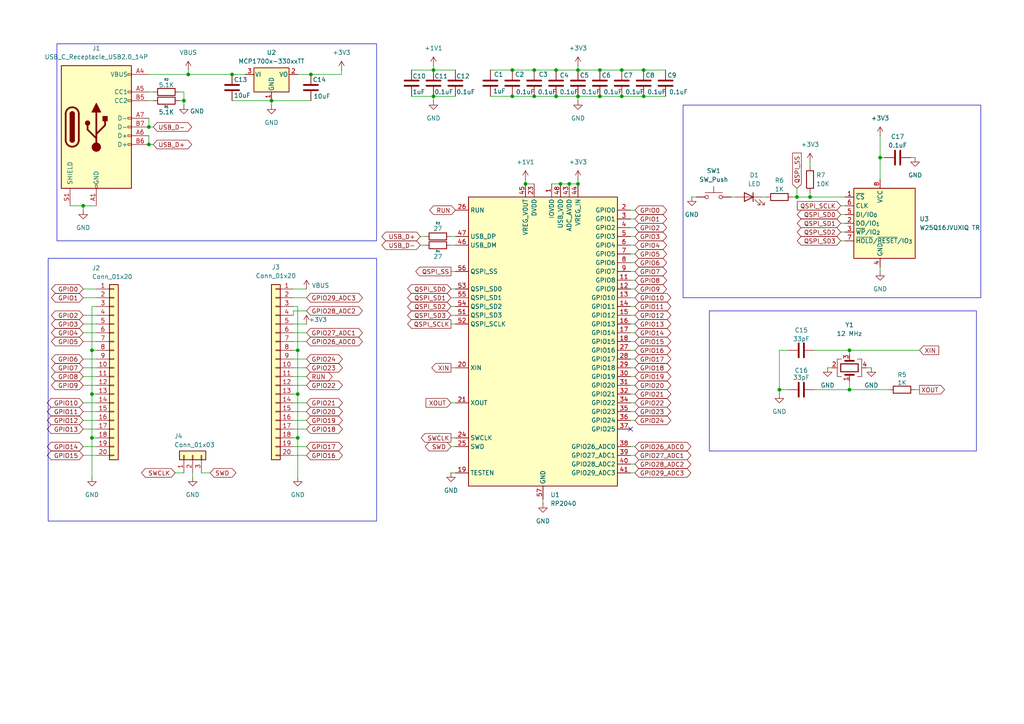
<source format=kicad_sch>
(kicad_sch (version 20250114) (generator "eeschema") (generator_version "9.0")
  (paper "A4")
  (lib_symbols
    (symbol "Connector:USB_C_Receptacle_USB2.0_14P" (pin_names (offset 1.016))
      (property "Reference" "J" (at 0 22.225 0))
      (property "Value" "USB_C_Receptacle_USB2.0_14P" (at 0 19.685 0))
      (symbol "USB_C_Receptacle_USB2.0_14P_1_1"
        (pin passive line (at -7.62 -22.86 90) (length 5.08) (name "SHIELD") (number "S1"))
        (pin passive line (at 0 -22.86 90) (length 5.08) (name "GND") (number "A1"))
        (pin passive line (at 0 -22.86 90) (length 5.08) (hide yes) (name "GND") (number "A12"))
        (pin passive line (at 0 -22.86 90) (length 5.08) (hide yes) (name "GND") (number "B1"))
        (pin passive line (at 0 -22.86 90) (length 5.08) (hide yes) (name "GND") (number "B12"))
        (pin passive line (at 15.24 15.24 180) (length 5.08) (name "VBUS") (number "A4"))
        (pin passive line (at 15.24 15.24 180) (length 5.08) (hide yes) (name "VBUS") (number "A9"))
        (pin passive line (at 15.24 15.24 180) (length 5.08) (hide yes) (name "VBUS") (number "B4"))
        (pin passive line (at 15.24 15.24 180) (length 5.08) (hide yes) (name "VBUS") (number "B9"))
        (pin bidirectional line (at 15.24 10.16 180) (length 5.08) (name "CC1") (number "A5"))
        (pin bidirectional line (at 15.24 7.62 180) (length 5.08) (name "CC2") (number "B5"))
        (pin bidirectional line (at 15.24 2.54 180) (length 5.08) (name "D-") (number "A7"))
        (pin bidirectional line (at 15.24 0 180) (length 5.08) (name "D-") (number "B7"))
        (pin bidirectional line (at 15.24 -2.54 180) (length 5.08) (name "D+") (number "A6"))
        (pin bidirectional line (at 15.24 -5.08 180) (length 5.08) (name "D+") (number "B6"))
      )
    )
    (symbol "Connector_Generic:Conn_01x03" (pin_names (offset 1.016) (hide yes))
      (property "Reference" "J" (at 0 5.08 0))
      (property "Value" "Conn_01x03" (at 0 -5.08 0))
      (symbol "Conn_01x03_1_1"
        (pin passive line (at -5.08 2.54 0) (length 3.81) (name "Pin_1") (number "1"))
        (pin passive line (at -5.08 0 0) (length 3.81) (name "Pin_2") (number "2"))
        (pin passive line (at -5.08 -2.54 0) (length 3.81) (name "Pin_3") (number "3"))
      )
    )
    (symbol "Connector_Generic:Conn_01x20" (pin_names (offset 1.016) (hide yes))
      (property "Reference" "J" (at 0 25.4 0))
      (property "Value" "Conn_01x20" (at 0 -27.94 0))
      (symbol "Conn_01x20_1_1"
        (pin passive line (at -5.08 22.86 0) (length 3.81) (name "Pin_1") (number "1"))
        (pin passive line (at -5.08 20.32 0) (length 3.81) (name "Pin_2") (number "2"))
        (pin passive line (at -5.08 17.78 0) (length 3.81) (name "Pin_3") (number "3"))
        (pin passive line (at -5.08 15.24 0) (length 3.81) (name "Pin_4") (number "4"))
        (pin passive line (at -5.08 12.7 0) (length 3.81) (name "Pin_5") (number "5"))
        (pin passive line (at -5.08 10.16 0) (length 3.81) (name "Pin_6") (number "6"))
        (pin passive line (at -5.08 7.62 0) (length 3.81) (name "Pin_7") (number "7"))
        (pin passive line (at -5.08 5.08 0) (length 3.81) (name "Pin_8") (number "8"))
        (pin passive line (at -5.08 2.54 0) (length 3.81) (name "Pin_9") (number "9"))
        (pin passive line (at -5.08 0 0) (length 3.81) (name "Pin_10") (number "10"))
        (pin passive line (at -5.08 -2.54 0) (length 3.81) (name "Pin_11") (number "11"))
        (pin passive line (at -5.08 -5.08 0) (length 3.81) (name "Pin_12") (number "12"))
        (pin passive line (at -5.08 -7.62 0) (length 3.81) (name "Pin_13") (number "13"))
        (pin passive line (at -5.08 -10.16 0) (length 3.81) (name "Pin_14") (number "14"))
        (pin passive line (at -5.08 -12.7 0) (length 3.81) (name "Pin_15") (number "15"))
        (pin passive line (at -5.08 -15.24 0) (length 3.81) (name "Pin_16") (number "16"))
        (pin passive line (at -5.08 -17.78 0) (length 3.81) (name "Pin_17") (number "17"))
        (pin passive line (at -5.08 -20.32 0) (length 3.81) (name "Pin_18") (number "18"))
        (pin passive line (at -5.08 -22.86 0) (length 3.81) (name "Pin_19") (number "19"))
        (pin passive line (at -5.08 -25.4 0) (length 3.81) (name "Pin_20") (number "20"))
      )
    )
    (symbol "Device:C" (pin_numbers (hide yes)) (pin_names (offset 0.254))
      (property "Reference" "C" (at 0.635 2.54 0))
      (property "Value" "C" (at 0.635 -2.54 0))
      (symbol "C_1_1"
        (pin passive line (at 0 3.81 270) (length 2.794) (name "~") (number "1"))
        (pin passive line (at 0 -3.81 90) (length 2.794) (name "~") (number "2"))
      )
    )
    (symbol "Device:Crystal_GND24" (pin_names (offset 1.016) (hide yes))
      (property "Reference" "Y" (at 3.175 5.08 0))
      (property "Value" "Crystal_GND24" (at 3.175 3.175 0))
      (symbol "Crystal_GND24_1_1"
        (pin passive line (at -3.81 0 0) (length 1.27) (name "1") (number "1"))
        (pin passive line (at 0 5.08 270) (length 1.27) (name "2") (number "2"))
        (pin passive line (at 0 -5.08 90) (length 1.27) (name "4") (number "4"))
        (pin passive line (at 3.81 0 180) (length 1.27) (name "3") (number "3"))
      )
    )
    (symbol "Device:LED" (pin_numbers (hide yes)) (pin_names (offset 1.016) (hide yes))
      (property "Reference" "D" (at 0 2.54 0))
      (property "Value" "LED" (at 0 -2.54 0))
      (symbol "LED_1_1"
        (pin passive line (at -3.81 0 0) (length 2.54) (name "K") (number "1"))
        (pin passive line (at 3.81 0 180) (length 2.54) (name "A") (number "2"))
      )
    )
    (symbol "Device:R" (pin_numbers (hide yes)) (pin_names (offset 0))
      (property "Reference" "R" (at 2.032 0 90))
      (property "Value" "R" (at 0 0 90))
      (symbol "R_1_1"
        (pin passive line (at 0 3.81 270) (length 1.27) (name "~") (number "1"))
        (pin passive line (at 0 -3.81 90) (length 1.27) (name "~") (number "2"))
      )
    )
    (symbol "MCU_RaspberryPi:RP2040"
      (property "Reference" "U" (at 17.78 45.72 0))
      (property "Value" "RP2040" (at 17.78 43.18 0))
      (symbol "RP2040_1_1"
        (pin input line (at -25.4 38.1 0) (length 3.81) (name "RUN") (number "26"))
        (pin bidirectional line (at -25.4 30.48 0) (length 3.81) (name "USB_DP") (number "47"))
        (pin bidirectional line (at -25.4 27.94 0) (length 3.81) (name "USB_DM") (number "46"))
        (pin bidirectional line (at -25.4 20.32 0) (length 3.81) (name "QSPI_SS") (number "56"))
        (pin bidirectional line (at -25.4 15.24 0) (length 3.81) (name "QSPI_SD0") (number "53"))
        (pin bidirectional line (at -25.4 12.7 0) (length 3.81) (name "QSPI_SD1") (number "55"))
        (pin bidirectional line (at -25.4 10.16 0) (length 3.81) (name "QSPI_SD2") (number "54"))
        (pin bidirectional line (at -25.4 7.62 0) (length 3.81) (name "QSPI_SD3") (number "51"))
        (pin output line (at -25.4 5.08 0) (length 3.81) (name "QSPI_SCLK") (number "52"))
        (pin input line (at -25.4 -7.62 0) (length 3.81) (name "XIN") (number "20"))
        (pin passive line (at -25.4 -17.78 0) (length 3.81) (name "XOUT") (number "21"))
        (pin input line (at -25.4 -27.94 0) (length 3.81) (name "SWCLK") (number "24"))
        (pin bidirectional line (at -25.4 -30.48 0) (length 3.81) (name "SWD") (number "25"))
        (pin input line (at -25.4 -38.1 0) (length 3.81) (name "TESTEN") (number "19"))
        (pin power_out line (at -5.08 45.72 270) (length 3.81) (name "VREG_VOUT") (number "45"))
        (pin power_in line (at -2.54 45.72 270) (length 3.81) (name "DVDD") (number "23"))
        (pin passive line (at -2.54 45.72 270) (length 3.81) (hide yes) (name "DVDD") (number "50"))
        (pin power_in line (at 0 -45.72 90) (length 3.81) (name "GND") (number "57"))
        (pin power_in line (at 2.54 45.72 270) (length 3.81) (name "IOVDD") (number "1"))
        (pin passive line (at 2.54 45.72 270) (length 3.81) (hide yes) (name "IOVDD") (number "10"))
        (pin passive line (at 2.54 45.72 270) (length 3.81) (hide yes) (name "IOVDD") (number "22"))
        (pin passive line (at 2.54 45.72 270) (length 3.81) (hide yes) (name "IOVDD") (number "33"))
        (pin passive line (at 2.54 45.72 270) (length 3.81) (hide yes) (name "IOVDD") (number "42"))
        (pin passive line (at 2.54 45.72 270) (length 3.81) (hide yes) (name "IOVDD") (number "49"))
        (pin power_in line (at 5.08 45.72 270) (length 3.81) (name "USB_VDD") (number "48"))
        (pin power_in line (at 7.62 45.72 270) (length 3.81) (name "ADC_AVDD") (number "43"))
        (pin power_in line (at 10.16 45.72 270) (length 3.81) (name "VREG_IN") (number "44"))
        (pin bidirectional line (at 25.4 38.1 180) (length 3.81) (name "GPIO0") (number "2"))
        (pin bidirectional line (at 25.4 35.56 180) (length 3.81) (name "GPIO1") (number "3"))
        (pin bidirectional line (at 25.4 33.02 180) (length 3.81) (name "GPIO2") (number "4"))
        (pin bidirectional line (at 25.4 30.48 180) (length 3.81) (name "GPIO3") (number "5"))
        (pin bidirectional line (at 25.4 27.94 180) (length 3.81) (name "GPIO4") (number "6"))
        (pin bidirectional line (at 25.4 25.4 180) (length 3.81) (name "GPIO5") (number "7"))
        (pin bidirectional line (at 25.4 22.86 180) (length 3.81) (name "GPIO6") (number "8"))
        (pin bidirectional line (at 25.4 20.32 180) (length 3.81) (name "GPIO7") (number "9"))
        (pin bidirectional line (at 25.4 17.78 180) (length 3.81) (name "GPIO8") (number "11"))
        (pin bidirectional line (at 25.4 15.24 180) (length 3.81) (name "GPIO9") (number "12"))
        (pin bidirectional line (at 25.4 12.7 180) (length 3.81) (name "GPIO10") (number "13"))
        (pin bidirectional line (at 25.4 10.16 180) (length 3.81) (name "GPIO11") (number "14"))
        (pin bidirectional line (at 25.4 7.62 180) (length 3.81) (name "GPIO12") (number "15"))
        (pin bidirectional line (at 25.4 5.08 180) (length 3.81) (name "GPIO13") (number "16"))
        (pin bidirectional line (at 25.4 2.54 180) (length 3.81) (name "GPIO14") (number "17"))
        (pin bidirectional line (at 25.4 0 180) (length 3.81) (name "GPIO15") (number "18"))
        (pin bidirectional line (at 25.4 -2.54 180) (length 3.81) (name "GPIO16") (number "27"))
        (pin bidirectional line (at 25.4 -5.08 180) (length 3.81) (name "GPIO17") (number "28"))
        (pin bidirectional line (at 25.4 -7.62 180) (length 3.81) (name "GPIO18") (number "29"))
        (pin bidirectional line (at 25.4 -10.16 180) (length 3.81) (name "GPIO19") (number "30"))
        (pin bidirectional line (at 25.4 -12.7 180) (length 3.81) (name "GPIO20") (number "31"))
        (pin bidirectional line (at 25.4 -15.24 180) (length 3.81) (name "GPIO21") (number "32"))
        (pin bidirectional line (at 25.4 -17.78 180) (length 3.81) (name "GPIO22") (number "34"))
        (pin bidirectional line (at 25.4 -20.32 180) (length 3.81) (name "GPIO23") (number "35"))
        (pin bidirectional line (at 25.4 -22.86 180) (length 3.81) (name "GPIO24") (number "36"))
        (pin bidirectional line (at 25.4 -25.4 180) (length 3.81) (name "GPIO25") (number "37"))
        (pin bidirectional line (at 25.4 -30.48 180) (length 3.81) (name "GPIO26_ADC0") (number "38"))
        (pin bidirectional line (at 25.4 -33.02 180) (length 3.81) (name "GPIO27_ADC1") (number "39"))
        (pin bidirectional line (at 25.4 -35.56 180) (length 3.81) (name "GPIO28_ADC2") (number "40"))
        (pin bidirectional line (at 25.4 -38.1 180) (length 3.81) (name "GPIO29_ADC3") (number "41"))
      )
    )
    (symbol "Memory_Flash:W25Q128JVS"
      (property "Reference" "U" (at -6.35 11.43 0))
      (property "Value" "W25Q128JVS" (at 7.62 11.43 0))
      (symbol "W25Q128JVS_1_1"
        (pin input line (at -10.16 7.62 0) (length 2.54) (name "~{CS}") (number "1"))
        (pin input line (at -10.16 5.08 0) (length 2.54) (name "CLK") (number "6"))
        (pin bidirectional line (at -10.16 2.54 0) (length 2.54) (name "DI/IO_{0}") (number "5"))
        (pin bidirectional line (at -10.16 0 0) (length 2.54) (name "DO/IO_{1}") (number "2"))
        (pin bidirectional line (at -10.16 -2.54 0) (length 2.54) (name "~{WP}/IO_{2}") (number "3"))
        (pin bidirectional line (at -10.16 -5.08 0) (length 2.54) (name "~{HOLD}/~{RESET}/IO_{3}") (number "7"))
        (pin power_in line (at 0 12.7 270) (length 2.54) (name "VCC") (number "8"))
        (pin power_in line (at 0 -12.7 90) (length 2.54) (name "GND") (number "4"))
      )
    )
    (symbol "Regulator_Linear:MCP1700x-330xxTT" (pin_names (offset 0.254))
      (property "Reference" "U" (at -3.81 3.175 0))
      (property "Value" "MCP1700x-330xxTT" (at 0 3.175 0))
      (symbol "MCP1700x-330xxTT_1_1"
        (pin power_in line (at -7.62 0 0) (length 2.54) (name "VI") (number "3"))
        (pin power_in line (at 0 -7.62 90) (length 2.54) (name "GND") (number "1"))
        (pin power_out line (at 7.62 0 180) (length 2.54) (name "VO") (number "2"))
      )
    )
    (symbol "Switch:SW_Push" (pin_numbers (hide yes)) (pin_names (offset 1.016) (hide yes))
      (property "Reference" "SW" (at 1.27 2.54 0))
      (property "Value" "SW_Push" (at 0 -1.524 0))
      (symbol "SW_Push_0_1"
        (pin passive line (at -5.08 0 0) (length 2.54) (name "1") (number "1"))
        (pin passive line (at 5.08 0 180) (length 2.54) (name "2") (number "2"))
      )
    )
    (symbol "power:+1V1" (power) (pin_numbers (hide yes)) (pin_names (offset 0) (hide yes))
      (property "Value" "+1V1" (at 0 3.556 0))
      (symbol "+1V1_1_1"
        (pin power_in line (at 0 0 90) (length 0) (name "~") (number "1"))
      )
    )
    (symbol "power:+3V3" (power) (pin_numbers (hide yes)) (pin_names (offset 0) (hide yes))
      (property "Value" "+3V3" (at 0 3.556 0))
      (symbol "+3V3_1_1"
        (pin power_in line (at 0 0 90) (length 0) (name "~") (number "1"))
      )
    )
    (symbol "power:GND" (power) (pin_numbers (hide yes)) (pin_names (offset 0) (hide yes))
      (property "Value" "GND" (at 0 -3.81 0))
      (symbol "GND_1_1"
        (pin power_in line (at 0 0 270) (length 0) (name "~") (number "1"))
      )
    )
    (symbol "power:VBUS" (power) (pin_numbers (hide yes)) (pin_names (offset 0) (hide yes))
      (property "Value" "VBUS" (at 0 3.556 0))
      (symbol "VBUS_1_1"
        (pin power_in line (at 0 0 90) (length 0) (name "~") (number "1"))
      )
    )
  )
  (rectangle (start 205.74 90.17) (end 283.21 130.81))
  (rectangle (start 198.12 30.48) (end 284.48 86.36))
  (rectangle (start 16.51 12.7) (end 109.22 69.85))
  (rectangle (start 13.97 74.93) (end 109.22 151.13))
  (junction (at 186.69 20.32))
  (junction (at 161.29 20.32))
  (junction (at 78.74 29.21))
  (junction (at 152.4 53.34))
  (junction (at 67.31 21.59))
  (junction (at 86.36 127))
  (junction (at 255.27 45.72))
  (junction (at 231.14 57.15))
  (junction (at 90.17 21.59))
  (junction (at 125.73 27.94))
  (junction (at 154.94 27.94))
  (junction (at 226.06 113.03))
  (junction (at 26.67 127))
  (junction (at 167.64 53.34))
  (junction (at 43.18 41.91))
  (junction (at 180.34 20.32))
  (junction (at 186.69 27.94))
  (junction (at 165.1 53.34))
  (junction (at 173.99 20.32))
  (junction (at 24.13 59.69))
  (junction (at 162.56 53.34))
  (junction (at 26.67 114.3))
  (junction (at 148.59 20.32))
  (junction (at 54.61 21.59))
  (junction (at 26.67 101.6))
  (junction (at 173.99 27.94))
  (junction (at 246.38 101.6))
  (junction (at 234.95 57.15))
  (junction (at 161.29 27.94))
  (junction (at 167.64 27.94))
  (junction (at 86.36 101.6))
  (junction (at 180.34 27.94))
  (junction (at 43.18 36.83))
  (junction (at 246.38 113.03))
  (junction (at 125.73 20.32))
  (junction (at 86.36 114.3))
  (junction (at 167.64 20.32))
  (junction (at 53.34 29.21))
  (junction (at 148.59 27.94))
  (junction (at 154.94 20.32))
  (no_connect (at 182.88 124.46))
  (wire (pts (xy 167.64 19.05) (xy 167.64 20.32)))
  (wire (pts (xy 226.06 101.6) (xy 226.06 113.03)))
  (wire (pts (xy 67.31 29.21) (xy 78.74 29.21)))
  (wire (pts (xy 180.34 27.94) (xy 186.69 27.94)))
  (wire (pts (xy 180.34 20.32) (xy 186.69 20.32)))
  (wire (pts (xy 24.13 129.54) (xy 27.94 129.54)))
  (wire (pts (xy 130.81 129.54) (xy 132.08 129.54)))
  (wire (pts (xy 157.48 146.05) (xy 157.48 144.78)))
  (wire (pts (xy 85.09 99.06) (xy 88.9 99.06)))
  (wire (pts (xy 182.88 71.12) (xy 184.15 71.12)))
  (wire (pts (xy 165.1 53.34) (xy 167.64 53.34)))
  (wire (pts (xy 78.74 29.21) (xy 78.74 30.48)))
  (wire (pts (xy 85.09 104.14) (xy 88.9 104.14)))
  (wire (pts (xy 246.38 102.87) (xy 246.38 101.6)))
  (wire (pts (xy 85.09 88.9) (xy 86.36 88.9)))
  (wire (pts (xy 130.81 106.68) (xy 132.08 106.68)))
  (wire (pts (xy 182.88 63.5) (xy 184.15 63.5)))
  (wire (pts (xy 231.14 54.61) (xy 231.14 57.15)))
  (wire (pts (xy 234.95 46.99) (xy 234.95 48.26)))
  (wire (pts (xy 182.88 137.16) (xy 184.15 137.16)))
  (wire (pts (xy 26.67 114.3) (xy 27.94 114.3)))
  (wire (pts (xy 246.38 101.6) (xy 266.7 101.6)))
  (wire (pts (xy 130.81 88.9) (xy 132.08 88.9)))
  (wire (pts (xy 26.67 127) (xy 26.67 138.43)))
  (wire (pts (xy 85.09 124.46) (xy 88.9 124.46)))
  (wire (pts (xy 246.38 113.03) (xy 257.81 113.03)))
  (wire (pts (xy 119.38 27.94) (xy 125.73 27.94)))
  (wire (pts (xy 212.09 57.15) (xy 213.36 57.15)))
  (wire (pts (xy 130.81 91.44) (xy 132.08 91.44)))
  (wire (pts (xy 50.8 137.16) (xy 53.34 137.16)))
  (wire (pts (xy 182.88 78.74) (xy 184.15 78.74)))
  (wire (pts (xy 234.95 55.88) (xy 234.95 57.15)))
  (wire (pts (xy 26.67 101.6) (xy 26.67 114.3)))
  (wire (pts (xy 182.88 132.08) (xy 184.15 132.08)))
  (wire (pts (xy 86.36 88.9) (xy 86.36 101.6)))
  (wire (pts (xy 24.13 60.96) (xy 24.13 59.69)))
  (wire (pts (xy 130.81 71.12) (xy 132.08 71.12)))
  (wire (pts (xy 255.27 45.72) (xy 256.54 45.72)))
  (wire (pts (xy 130.81 68.58) (xy 132.08 68.58)))
  (wire (pts (xy 130.81 78.74) (xy 132.08 78.74)))
  (wire (pts (xy 121.92 68.58) (xy 123.19 68.58)))
  (wire (pts (xy 85.09 127) (xy 86.36 127)))
  (wire (pts (xy 26.67 127) (xy 27.94 127)))
  (wire (pts (xy 99.06 20.32) (xy 99.06 21.59)))
  (wire (pts (xy 182.88 121.92) (xy 184.15 121.92)))
  (wire (pts (xy 121.92 71.12) (xy 123.19 71.12)))
  (wire (pts (xy 24.13 109.22) (xy 27.94 109.22)))
  (wire (pts (xy 182.88 101.6) (xy 184.15 101.6)))
  (wire (pts (xy 85.09 96.52) (xy 88.9 96.52)))
  (wire (pts (xy 90.17 21.59) (xy 99.06 21.59)))
  (wire (pts (xy 55.88 137.16) (xy 55.88 138.43)))
  (wire (pts (xy 236.22 101.6) (xy 246.38 101.6)))
  (wire (pts (xy 27.94 88.9) (xy 26.67 88.9)))
  (wire (pts (xy 85.09 114.3) (xy 86.36 114.3)))
  (wire (pts (xy 24.13 116.84) (xy 27.94 116.84)))
  (wire (pts (xy 240.03 106.68) (xy 241.3 106.68)))
  (wire (pts (xy 243.84 62.23) (xy 245.11 62.23)))
  (wire (pts (xy 24.13 104.14) (xy 27.94 104.14)))
  (wire (pts (xy 243.84 64.77) (xy 245.11 64.77)))
  (wire (pts (xy 44.45 29.21) (xy 43.18 29.21)))
  (wire (pts (xy 186.69 20.32) (xy 193.04 20.32)))
  (wire (pts (xy 43.18 34.29) (xy 43.18 36.83)))
  (wire (pts (xy 125.73 27.94) (xy 132.08 27.94)))
  (wire (pts (xy 130.81 83.82) (xy 132.08 83.82)))
  (wire (pts (xy 85.09 91.44) (xy 85.09 90.17)))
  (wire (pts (xy 24.13 59.69) (xy 27.94 59.69)))
  (wire (pts (xy 186.69 27.94) (xy 193.04 27.94)))
  (wire (pts (xy 85.09 111.76) (xy 88.9 111.76)))
  (wire (pts (xy 24.13 83.82) (xy 27.94 83.82)))
  (wire (pts (xy 24.13 124.46) (xy 27.94 124.46)))
  (wire (pts (xy 85.09 109.22) (xy 88.9 109.22)))
  (wire (pts (xy 167.64 29.21) (xy 167.64 27.94)))
  (wire (pts (xy 85.09 106.68) (xy 88.9 106.68)))
  (wire (pts (xy 167.64 27.94) (xy 173.99 27.94)))
  (wire (pts (xy 148.59 27.94) (xy 154.94 27.94)))
  (wire (pts (xy 125.73 20.32) (xy 132.08 20.32)))
  (wire (pts (xy 182.88 76.2) (xy 184.15 76.2)))
  (wire (pts (xy 142.24 20.32) (xy 148.59 20.32)))
  (wire (pts (xy 228.6 101.6) (xy 226.06 101.6)))
  (wire (pts (xy 173.99 20.32) (xy 180.34 20.32)))
  (wire (pts (xy 182.88 93.98) (xy 184.15 93.98)))
  (wire (pts (xy 182.88 119.38) (xy 184.15 119.38)))
  (wire (pts (xy 52.07 29.21) (xy 53.34 29.21)))
  (wire (pts (xy 162.56 53.34) (xy 165.1 53.34)))
  (wire (pts (xy 231.14 57.15) (xy 234.95 57.15)))
  (wire (pts (xy 24.13 93.98) (xy 27.94 93.98)))
  (wire (pts (xy 264.16 45.72) (xy 265.43 45.72)))
  (wire (pts (xy 119.38 20.32) (xy 125.73 20.32)))
  (wire (pts (xy 182.88 104.14) (xy 184.15 104.14)))
  (wire (pts (xy 86.36 21.59) (xy 90.17 21.59)))
  (wire (pts (xy 85.09 83.82) (xy 88.9 83.82)))
  (wire (pts (xy 85.09 121.92) (xy 88.9 121.92)))
  (wire (pts (xy 85.09 101.6) (xy 86.36 101.6)))
  (wire (pts (xy 255.27 78.74) (xy 255.27 77.47)))
  (wire (pts (xy 182.88 91.44) (xy 184.15 91.44)))
  (wire (pts (xy 182.88 96.52) (xy 184.15 96.52)))
  (wire (pts (xy 226.06 113.03) (xy 228.6 113.03)))
  (wire (pts (xy 154.94 20.32) (xy 161.29 20.32)))
  (wire (pts (xy 182.88 83.82) (xy 184.15 83.82)))
  (wire (pts (xy 85.09 93.98) (xy 88.9 93.98)))
  (wire (pts (xy 86.36 101.6) (xy 86.36 114.3)))
  (wire (pts (xy 85.09 129.54) (xy 88.9 129.54)))
  (wire (pts (xy 182.88 129.54) (xy 184.15 129.54)))
  (wire (pts (xy 265.43 113.03) (xy 266.7 113.03)))
  (wire (pts (xy 236.22 113.03) (xy 246.38 113.03)))
  (wire (pts (xy 85.09 132.08) (xy 88.9 132.08)))
  (wire (pts (xy 54.61 21.59) (xy 67.31 21.59)))
  (wire (pts (xy 78.74 29.21) (xy 90.17 29.21)))
  (wire (pts (xy 43.18 21.59) (xy 54.61 21.59)))
  (wire (pts (xy 86.36 114.3) (xy 86.36 127)))
  (wire (pts (xy 52.07 26.67) (xy 53.34 26.67)))
  (wire (pts (xy 251.46 106.68) (xy 252.73 106.68)))
  (wire (pts (xy 182.88 99.06) (xy 184.15 99.06)))
  (wire (pts (xy 53.34 29.21) (xy 53.34 30.48)))
  (wire (pts (xy 255.27 45.72) (xy 255.27 52.07)))
  (wire (pts (xy 182.88 114.3) (xy 184.15 114.3)))
  (wire (pts (xy 161.29 20.32) (xy 167.64 20.32)))
  (wire (pts (xy 24.13 132.08) (xy 27.94 132.08)))
  (wire (pts (xy 125.73 29.21) (xy 125.73 27.94)))
  (wire (pts (xy 182.88 86.36) (xy 184.15 86.36)))
  (wire (pts (xy 26.67 101.6) (xy 27.94 101.6)))
  (wire (pts (xy 160.02 53.34) (xy 162.56 53.34)))
  (wire (pts (xy 173.99 27.94) (xy 180.34 27.94)))
  (wire (pts (xy 43.18 39.37) (xy 43.18 41.91)))
  (wire (pts (xy 85.09 119.38) (xy 88.9 119.38)))
  (wire (pts (xy 182.88 116.84) (xy 184.15 116.84)))
  (wire (pts (xy 161.29 27.94) (xy 167.64 27.94)))
  (wire (pts (xy 243.84 59.69) (xy 245.11 59.69)))
  (wire (pts (xy 167.64 20.32) (xy 173.99 20.32)))
  (wire (pts (xy 130.81 127) (xy 132.08 127)))
  (wire (pts (xy 86.36 127) (xy 86.36 138.43)))
  (wire (pts (xy 44.45 26.67) (xy 43.18 26.67)))
  (wire (pts (xy 182.88 134.62) (xy 184.15 134.62)))
  (wire (pts (xy 26.67 114.3) (xy 26.67 127)))
  (wire (pts (xy 182.88 111.76) (xy 184.15 111.76)))
  (wire (pts (xy 229.87 57.15) (xy 231.14 57.15)))
  (wire (pts (xy 130.81 93.98) (xy 132.08 93.98)))
  (wire (pts (xy 53.34 26.67) (xy 53.34 29.21)))
  (wire (pts (xy 152.4 52.07) (xy 152.4 53.34)))
  (wire (pts (xy 182.88 106.68) (xy 184.15 106.68)))
  (wire (pts (xy 125.73 19.05) (xy 125.73 20.32)))
  (wire (pts (xy 26.67 88.9) (xy 26.67 101.6)))
  (wire (pts (xy 167.64 52.07) (xy 167.64 53.34)))
  (wire (pts (xy 54.61 20.32) (xy 54.61 21.59)))
  (wire (pts (xy 226.06 113.03) (xy 226.06 114.3)))
  (wire (pts (xy 152.4 53.34) (xy 154.94 53.34)))
  (wire (pts (xy 243.84 69.85) (xy 245.11 69.85)))
  (wire (pts (xy 58.42 137.16) (xy 60.96 137.16)))
  (wire (pts (xy 182.88 88.9) (xy 184.15 88.9)))
  (wire (pts (xy 148.59 20.32) (xy 154.94 20.32)))
  (wire (pts (xy 130.81 137.16) (xy 132.08 137.16)))
  (wire (pts (xy 20.32 59.69) (xy 24.13 59.69)))
  (wire (pts (xy 43.18 36.83) (xy 44.45 36.83)))
  (wire (pts (xy 24.13 91.44) (xy 27.94 91.44)))
  (wire (pts (xy 88.9 86.36) (xy 85.09 86.36)))
  (wire (pts (xy 220.98 57.15) (xy 222.25 57.15)))
  (wire (pts (xy 24.13 119.38) (xy 27.94 119.38)))
  (wire (pts (xy 142.24 27.94) (xy 148.59 27.94)))
  (wire (pts (xy 182.88 109.22) (xy 184.15 109.22)))
  (wire (pts (xy 182.88 68.58) (xy 184.15 68.58)))
  (wire (pts (xy 234.95 57.15) (xy 245.11 57.15)))
  (wire (pts (xy 85.09 116.84) (xy 88.9 116.84)))
  (wire (pts (xy 67.31 21.59) (xy 71.12 21.59)))
  (wire (pts (xy 24.13 99.06) (xy 27.94 99.06)))
  (wire (pts (xy 200.66 57.15) (xy 201.93 57.15)))
  (wire (pts (xy 255.27 39.37) (xy 255.27 45.72)))
  (wire (pts (xy 24.13 96.52) (xy 27.94 96.52)))
  (wire (pts (xy 182.88 66.04) (xy 184.15 66.04)))
  (wire (pts (xy 130.81 86.36) (xy 132.08 86.36)))
  (wire (pts (xy 43.18 41.91) (xy 44.45 41.91)))
  (wire (pts (xy 24.13 86.36) (xy 27.94 86.36)))
  (wire (pts (xy 154.94 27.94) (xy 161.29 27.94)))
  (wire (pts (xy 85.09 90.17) (xy 88.9 90.17)))
  (wire (pts (xy 182.88 81.28) (xy 184.15 81.28)))
  (wire (pts (xy 182.88 73.66) (xy 184.15 73.66)))
  (wire (pts (xy 24.13 121.92) (xy 27.94 121.92)))
  (wire (pts (xy 243.84 67.31) (xy 245.11 67.31)))
  (wire (pts (xy 24.13 111.76) (xy 27.94 111.76)))
  (wire (pts (xy 182.88 60.96) (xy 184.15 60.96)))
  (wire (pts (xy 130.81 116.84) (xy 132.08 116.84)))
  (wire (pts (xy 24.13 106.68) (xy 27.94 106.68)))
  (wire (pts (xy 246.38 110.49) (xy 246.38 113.03)))
  (global_label "QSPI_SD0" (shape bidirectional) (at 130.81 83.82 180) (property "Intersheetrefs" "${INTERSHEET_REFS}" (effects (hide yes))))
  (global_label "GPIO19" (shape bidirectional) (at 184.15 109.22 0) (property "Intersheetrefs" "${INTERSHEET_REFS}" (effects (hide yes))))
  (global_label "GPIO6" (shape bidirectional) (at 24.13 104.14 180) (property "Intersheetrefs" "${INTERSHEET_REFS}" (effects (hide yes))))
  (global_label "GPIO18" (shape bidirectional) (at 88.9 124.46 0) (property "Intersheetrefs" "${INTERSHEET_REFS}" (effects (hide yes))))
  (global_label "USB_D-" (shape bidirectional) (at 121.92 71.12 180) (property "Intersheetrefs" "${INTERSHEET_REFS}" (effects (hide yes))))
  (global_label "QSPI_SS" (shape output) (at 130.81 78.74 180) (property "Intersheetrefs" "${INTERSHEET_REFS}" (effects (hide yes))))
  (global_label "QSPI_SCLK" (shape input) (at 243.84 59.69 180) (property "Intersheetrefs" "${INTERSHEET_REFS}" (effects (hide yes))))
  (global_label "GPIO26_ADC0" (shape bidirectional) (at 88.9 99.06 0) (property "Intersheetrefs" "${INTERSHEET_REFS}" (effects (hide yes))))
  (global_label "GPIO29_ADC3" (shape bidirectional) (at 184.15 137.16 0) (property "Intersheetrefs" "${INTERSHEET_REFS}" (effects (hide yes))))
  (global_label "SWCLK" (shape output) (at 130.81 127 180) (property "Intersheetrefs" "${INTERSHEET_REFS}" (effects (hide yes))))
  (global_label "GPIO12" (shape bidirectional) (at 184.15 91.44 0) (property "Intersheetrefs" "${INTERSHEET_REFS}" (effects (hide yes))))
  (global_label "GPIO14" (shape bidirectional) (at 24.13 129.54 180) (property "Intersheetrefs" "${INTERSHEET_REFS}" (effects (hide yes))))
  (global_label "XIN" (shape output) (at 130.81 106.68 180) (property "Intersheetrefs" "${INTERSHEET_REFS}" (effects (hide yes))))
  (global_label "SWD" (shape bidirectional) (at 130.81 129.54 180) (property "Intersheetrefs" "${INTERSHEET_REFS}" (effects (hide yes))))
  (global_label "GPIO11" (shape bidirectional) (at 184.15 88.9 0) (property "Intersheetrefs" "${INTERSHEET_REFS}" (effects (hide yes))))
  (global_label "GPIO9" (shape bidirectional) (at 184.15 83.82 0) (property "Intersheetrefs" "${INTERSHEET_REFS}" (effects (hide yes))))
  (global_label "GPIO5" (shape bidirectional) (at 24.13 99.06 180) (property "Intersheetrefs" "${INTERSHEET_REFS}" (effects (hide yes))))
  (global_label "GPIO8" (shape bidirectional) (at 184.15 81.28 0) (property "Intersheetrefs" "${INTERSHEET_REFS}" (effects (hide yes))))
  (global_label "GPIO26_ADC0" (shape bidirectional) (at 184.15 129.54 0) (property "Intersheetrefs" "${INTERSHEET_REFS}" (effects (hide yes))))
  (global_label "QSPI_SS" (shape input) (at 231.14 54.61 90) (property "Intersheetrefs" "${INTERSHEET_REFS}" (effects (hide yes))))
  (global_label "GPIO19" (shape bidirectional) (at 88.9 121.92 0) (property "Intersheetrefs" "${INTERSHEET_REFS}" (effects (hide yes))))
  (global_label "GPIO24" (shape bidirectional) (at 184.15 121.92 0) (property "Intersheetrefs" "${INTERSHEET_REFS}" (effects (hide yes))))
  (global_label "RUN" (shape bidirectional) (at 88.9 109.22 0) (property "Intersheetrefs" "${INTERSHEET_REFS}" (effects (hide yes))))
  (global_label "GPIO5" (shape bidirectional) (at 184.15 73.66 0) (property "Intersheetrefs" "${INTERSHEET_REFS}" (effects (hide yes))))
  (global_label "XOUT" (shape input) (at 130.81 116.84 180) (property "Intersheetrefs" "${INTERSHEET_REFS}" (effects (hide yes))))
  (global_label "QSPI_SD2" (shape bidirectional) (at 130.81 88.9 180) (property "Intersheetrefs" "${INTERSHEET_REFS}" (effects (hide yes))))
  (global_label "GPIO4" (shape bidirectional) (at 184.15 71.12 0) (property "Intersheetrefs" "${INTERSHEET_REFS}" (effects (hide yes))))
  (global_label "QSPI_SD3" (shape bidirectional) (at 243.84 69.85 180) (property "Intersheetrefs" "${INTERSHEET_REFS}" (effects (hide yes))))
  (global_label "GPIO1" (shape bidirectional) (at 184.15 63.5 0) (property "Intersheetrefs" "${INTERSHEET_REFS}" (effects (hide yes))))
  (global_label "GPIO4" (shape bidirectional) (at 24.13 96.52 180) (property "Intersheetrefs" "${INTERSHEET_REFS}" (effects (hide yes))))
  (global_label "GPIO7" (shape bidirectional) (at 184.15 78.74 0) (property "Intersheetrefs" "${INTERSHEET_REFS}" (effects (hide yes))))
  (global_label "GPIO24" (shape bidirectional) (at 88.9 104.14 0) (property "Intersheetrefs" "${INTERSHEET_REFS}" (effects (hide yes))))
  (global_label "QSPI_SD1" (shape bidirectional) (at 243.84 64.77 180) (property "Intersheetrefs" "${INTERSHEET_REFS}" (effects (hide yes))))
  (global_label "GPIO9" (shape bidirectional) (at 24.13 111.76 180) (property "Intersheetrefs" "${INTERSHEET_REFS}" (effects (hide yes))))
  (global_label "GPIO7" (shape bidirectional) (at 24.13 106.68 180) (property "Intersheetrefs" "${INTERSHEET_REFS}" (effects (hide yes))))
  (global_label "GPIO15" (shape bidirectional) (at 24.13 132.08 180) (property "Intersheetrefs" "${INTERSHEET_REFS}" (effects (hide yes))))
  (global_label "USB_D+" (shape bidirectional) (at 44.45 41.91 0) (property "Intersheetrefs" "${INTERSHEET_REFS}" (effects (hide yes))))
  (global_label "GPIO0" (shape bidirectional) (at 24.13 83.82 180) (property "Intersheetrefs" "${INTERSHEET_REFS}" (effects (hide yes))))
  (global_label "SWD" (shape bidirectional) (at 60.96 137.16 0) (property "Intersheetrefs" "${INTERSHEET_REFS}" (effects (hide yes))))
  (global_label "QSPI_SD3" (shape bidirectional) (at 130.81 91.44 180) (property "Intersheetrefs" "${INTERSHEET_REFS}" (effects (hide yes))))
  (global_label "GPIO16" (shape bidirectional) (at 88.9 132.08 0) (property "Intersheetrefs" "${INTERSHEET_REFS}" (effects (hide yes))))
  (global_label "QSPI_SD1" (shape bidirectional) (at 130.81 86.36 180) (property "Intersheetrefs" "${INTERSHEET_REFS}" (effects (hide yes))))
  (global_label "GPIO22" (shape bidirectional) (at 184.15 116.84 0) (property "Intersheetrefs" "${INTERSHEET_REFS}" (effects (hide yes))))
  (global_label "GPIO10" (shape bidirectional) (at 24.13 116.84 180) (property "Intersheetrefs" "${INTERSHEET_REFS}" (effects (hide yes))))
  (global_label "GPIO22" (shape bidirectional) (at 88.9 111.76 0) (property "Intersheetrefs" "${INTERSHEET_REFS}" (effects (hide yes))))
  (global_label "GPIO29_ADC3" (shape bidirectional) (at 88.9 86.36 0) (property "Intersheetrefs" "${INTERSHEET_REFS}" (effects (hide yes))))
  (global_label "GPIO17" (shape bidirectional) (at 184.15 104.14 0) (property "Intersheetrefs" "${INTERSHEET_REFS}" (effects (hide yes))))
  (global_label "GPIO2" (shape bidirectional) (at 184.15 66.04 0) (property "Intersheetrefs" "${INTERSHEET_REFS}" (effects (hide yes))))
  (global_label "GPIO16" (shape bidirectional) (at 184.15 101.6 0) (property "Intersheetrefs" "${INTERSHEET_REFS}" (effects (hide yes))))
  (global_label "GPIO18" (shape bidirectional) (at 184.15 106.68 0) (property "Intersheetrefs" "${INTERSHEET_REFS}" (effects (hide yes))))
  (global_label "QSPI_SD2" (shape bidirectional) (at 243.84 67.31 180) (property "Intersheetrefs" "${INTERSHEET_REFS}" (effects (hide yes))))
  (global_label "GPIO12" (shape bidirectional) (at 24.13 121.92 180) (property "Intersheetrefs" "${INTERSHEET_REFS}" (effects (hide yes))))
  (global_label "GPIO28_ADC2" (shape bidirectional) (at 88.9 90.17 0) (property "Intersheetrefs" "${INTERSHEET_REFS}" (effects (hide yes))))
  (global_label "GPIO21" (shape bidirectional) (at 184.15 114.3 0) (property "Intersheetrefs" "${INTERSHEET_REFS}" (effects (hide yes))))
  (global_label "GPIO13" (shape bidirectional) (at 24.13 124.46 180) (property "Intersheetrefs" "${INTERSHEET_REFS}" (effects (hide yes))))
  (global_label "GPIO8" (shape bidirectional) (at 24.13 109.22 180) (property "Intersheetrefs" "${INTERSHEET_REFS}" (effects (hide yes))))
  (global_label "GPIO17" (shape bidirectional) (at 88.9 129.54 0) (property "Intersheetrefs" "${INTERSHEET_REFS}" (effects (hide yes))))
  (global_label "GPIO13" (shape bidirectional) (at 184.15 93.98 0) (property "Intersheetrefs" "${INTERSHEET_REFS}" (effects (hide yes))))
  (global_label "GPIO3" (shape bidirectional) (at 24.13 93.98 180) (property "Intersheetrefs" "${INTERSHEET_REFS}" (effects (hide yes))))
  (global_label "GPIO20" (shape bidirectional) (at 184.15 111.76 0) (property "Intersheetrefs" "${INTERSHEET_REFS}" (effects (hide yes))))
  (global_label "GPIO23" (shape bidirectional) (at 184.15 119.38 0) (property "Intersheetrefs" "${INTERSHEET_REFS}" (effects (hide yes))))
  (global_label "USB_D-" (shape bidirectional) (at 44.45 36.83 0) (property "Intersheetrefs" "${INTERSHEET_REFS}" (effects (hide yes))))
  (global_label "QSPI_SCLK" (shape output) (at 130.81 93.98 180) (property "Intersheetrefs" "${INTERSHEET_REFS}" (effects (hide yes))))
  (global_label "GPIO2" (shape bidirectional) (at 24.13 91.44 180) (property "Intersheetrefs" "${INTERSHEET_REFS}" (effects (hide yes))))
  (global_label "QSPI_SD0" (shape bidirectional) (at 243.84 62.23 180) (property "Intersheetrefs" "${INTERSHEET_REFS}" (effects (hide yes))))
  (global_label "GPIO0" (shape bidirectional) (at 184.15 60.96 0) (property "Intersheetrefs" "${INTERSHEET_REFS}" (effects (hide yes))))
  (global_label "XIN" (shape input) (at 266.7 101.6 0) (property "Intersheetrefs" "${INTERSHEET_REFS}" (effects (hide yes))))
  (global_label "GPIO27_ADC1" (shape bidirectional) (at 88.9 96.52 0) (property "Intersheetrefs" "${INTERSHEET_REFS}" (effects (hide yes))))
  (global_label "RUN" (shape bidirectional) (at 132.08 60.96 180) (property "Intersheetrefs" "${INTERSHEET_REFS}" (effects (hide yes))))
  (global_label "GPIO6" (shape bidirectional) (at 184.15 76.2 0) (property "Intersheetrefs" "${INTERSHEET_REFS}" (effects (hide yes))))
  (global_label "GPIO11" (shape bidirectional) (at 24.13 119.38 180) (property "Intersheetrefs" "${INTERSHEET_REFS}" (effects (hide yes))))
  (global_label "GPIO1" (shape bidirectional) (at 24.13 86.36 180) (property "Intersheetrefs" "${INTERSHEET_REFS}" (effects (hide yes))))
  (global_label "GPIO28_ADC2" (shape bidirectional) (at 184.15 134.62 0) (property "Intersheetrefs" "${INTERSHEET_REFS}" (effects (hide yes))))
  (global_label "XOUT" (shape output) (at 266.7 113.03 0) (property "Intersheetrefs" "${INTERSHEET_REFS}" (effects (hide yes))))
  (global_label "GPIO15" (shape bidirectional) (at 184.15 99.06 0) (property "Intersheetrefs" "${INTERSHEET_REFS}" (effects (hide yes))))
  (global_label "GPIO14" (shape bidirectional) (at 184.15 96.52 0) (property "Intersheetrefs" "${INTERSHEET_REFS}" (effects (hide yes))))
  (global_label "USB_D+" (shape bidirectional) (at 121.92 68.58 180) (property "Intersheetrefs" "${INTERSHEET_REFS}" (effects (hide yes))))
  (global_label "SWCLK" (shape bidirectional) (at 50.8 137.16 180) (property "Intersheetrefs" "${INTERSHEET_REFS}" (effects (hide yes))))
  (global_label "GPIO3" (shape bidirectional) (at 184.15 68.58 0) (property "Intersheetrefs" "${INTERSHEET_REFS}" (effects (hide yes))))
  (global_label "GPIO20" (shape bidirectional) (at 88.9 119.38 0) (property "Intersheetrefs" "${INTERSHEET_REFS}" (effects (hide yes))))
  (global_label "GPIO10" (shape bidirectional) (at 184.15 86.36 0) (property "Intersheetrefs" "${INTERSHEET_REFS}" (effects (hide yes))))
  (global_label "GPIO21" (shape bidirectional) (at 88.9 116.84 0) (property "Intersheetrefs" "${INTERSHEET_REFS}" (effects (hide yes))))
  (global_label "GPIO27_ADC1" (shape bidirectional) (at 184.15 132.08 0) (property "Intersheetrefs" "${INTERSHEET_REFS}" (effects (hide yes))))
  (global_label "GPIO23" (shape bidirectional) (at 88.9 106.68 0) (property "Intersheetrefs" "${INTERSHEET_REFS}" (effects (hide yes))))
  (symbol (lib_id "Device:R") (at 261.62 113.03 90) (unit 1)
    (property "Reference" "R5" (at 261.62 108.712 90))
    (property "Value" "1K" (at 261.62 110.998 90))
    (property "Footprint" "Resistor_SMD:R_0402_1005Metric" (effects (hide yes)))
    (property "Description" "Resistor" (effects (hide yes)))
  )
  (symbol (lib_id "power:+1V1") (at 152.4 52.07 0) (unit 1)
    (property "Reference" "#PWR01" (effects (hide yes)))
    (property "Value" "+1V1" (at 152.4 46.99 0))
    (property "Description" "Power symbol creates a global label with name \"+1V1\"" (effects (hide yes)))
  )
  (symbol (lib_id "Device:C") (at 90.17 25.4 0) (unit 1)
    (property "Reference" "C14" (at 90.678 23.114 0) (effects (justify left)))
    (property "Value" "10uF" (at 90.932 27.94 0) (effects (justify left)))
    (property "Footprint" "Capacitor_SMD:C_0603_1608Metric" (effects (hide yes)))
    (property "Description" "Unpolarized capacitor" (effects (hide yes)))
  )
  (symbol (lib_id "Device:C") (at 67.31 25.4 0) (unit 1)
    (property "Reference" "C13" (at 67.818 23.114 0) (effects (justify left)))
    (property "Value" "10uF" (at 67.818 27.686 0) (effects (justify left)))
    (property "Footprint" "Capacitor_SMD:C_0603_1608Metric" (effects (hide yes)))
    (property "Description" "Unpolarized capacitor" (effects (hide yes)))
  )
  (symbol (lib_id "power:GND") (at 167.64 29.21 0) (unit 1)
    (property "Reference" "#PWR03" (effects (hide yes)))
    (property "Value" "GND" (at 167.64 34.29 0))
    (property "Description" "Power symbol creates a global label with name \"GND\" , ground" (effects (hide yes)))
  )
  (symbol (lib_id "Device:R") (at 48.26 29.21 90) (unit 1)
    (property "Reference" "R1" (at 48.26 30.988 90) (effects (font (size 0.635 0.635))))
    (property "Value" "5.1K" (at 48.26 32.512 90))
    (property "Footprint" "Resistor_SMD:R_0402_1005Metric" (effects (hide yes)))
    (property "Description" "Resistor" (effects (hide yes)))
  )
  (symbol (lib_id "power:VBUS") (at 88.9 83.82 0) (unit 1)
    (property "Reference" "#PWR025" (effects (hide yes)))
    (property "Value" "VBUS" (at 92.964 82.804 0))
    (property "Description" "Power symbol creates a global label with name \"VBUS\"" (effects (hide yes)))
  )
  (symbol (lib_id "power:GND") (at 226.06 114.3 0) (unit 1)
    (property "Reference" "#PWR015" (effects (hide yes)))
    (property "Value" "GND" (at 226.06 119.38 0))
    (property "Description" "Power symbol creates a global label with name \"GND\" , ground" (effects (hide yes)))
  )
  (symbol (lib_id "power:GND") (at 200.66 57.15 0) (unit 1)
    (property "Reference" "#PWR019" (effects (hide yes)))
    (property "Value" "GND" (at 200.66 62.23 0))
    (property "Description" "Power symbol creates a global label with name \"GND\" , ground" (effects (hide yes)))
  )
  (symbol (lib_id "Device:C") (at 148.59 24.13 0) (unit 1)
    (property "Reference" "C2" (at 149.352 21.59 0) (effects (justify left)))
    (property "Value" "0.1uF" (at 149.606 26.67 0) (effects (justify left)))
    (property "Footprint" "Capacitor_SMD:C_0402_1005Metric" (effects (hide yes)))
    (property "Description" "Unpolarized capacitor" (effects (hide yes)))
  )
  (symbol (lib_id "Switch:SW_Push") (at 207.01 57.15 0) (unit 1)
    (property "Reference" "SW1" (at 207.01 49.53 0))
    (property "Value" "SW_Push" (at 207.01 52.07 0))
    (property "Footprint" "Button_Switch_SMD:SW_Push_SPST_NO_Alps_SKRK" (effects (hide yes)))
    (property "Description" "Push button switch, generic, two pins" (effects (hide yes)))
  )
  (symbol (lib_id "Device:R") (at 127 71.12 90) (unit 1)
    (property "Reference" "R4" (at 127 72.898 90) (effects (font (size 0.635 0.635))))
    (property "Value" "27" (at 127 74.422 90))
    (property "Footprint" "Resistor_SMD:R_0402_1005Metric" (effects (hide yes)))
    (property "Description" "Resistor" (effects (hide yes)))
  )
  (symbol (lib_id "power:+3V3") (at 255.27 39.37 0) (unit 1)
    (property "Reference" "#PWR016" (effects (hide yes)))
    (property "Value" "+3V3" (at 255.27 34.29 0))
    (property "Description" "Power symbol creates a global label with name \"+3V3\"" (effects (hide yes)))
  )
  (symbol (lib_id "power:+3V3") (at 167.64 19.05 0) (unit 1)
    (property "Reference" "#PWR04" (effects (hide yes)))
    (property "Value" "+3V3" (at 167.64 13.97 0))
    (property "Description" "Power symbol creates a global label with name \"+3V3\"" (effects (hide yes)))
  )
  (symbol (lib_id "Connector_Generic:Conn_01x20") (at 33.02 106.68 0) (unit 1)
    (property "Reference" "J2" (at 26.67 77.724 0) (effects (justify left)))
    (property "Value" "Conn_01x20" (at 26.67 80.264 0) (effects (justify left)))
    (property "Footprint" "Connector_PinHeader_2.54mm:PinHeader_1x20_P2.54mm_Vertical" (effects (hide yes)))
    (property "Description" "Generic connector, single row, 01x20, script generated (kicad-library-utils/schlib/autogen/connector/)" (effects (hide yes)))
  )
  (symbol (lib_id "Memory_Flash:W25Q128JVS") (at 255.27 64.77 0) (unit 1)
    (property "Reference" "U3" (at 266.7 63.4999 0) (effects (justify left)))
    (property "Value" "W25Q16JVUXIQ TR" (at 266.7 66.0399 0) (effects (justify left)))
    (property "Footprint" "Package_SON:Winbond_USON-8-1EP_3x2mm_P0.5mm_EP0.2x1.6mm" (effects (hide yes)))
    (property "Datasheet" "https://www.winbond.com/resource-files/w25q128jv_dtr%20revc%2003272018%20plus.pdf" (effects (hide yes)))
    (property "Description" "128Mbit / 16MiB Serial Flash Memory, Standard/Dual/Quad SPI, 2.7-3.6V, SOIC-8" (effects (hide yes)))
  )
  (symbol (lib_id "Device:C") (at 232.41 113.03 90) (mirror x) (unit 1)
    (property "Reference" "C16" (at 232.41 107.442 90))
    (property "Value" "33pF" (at 232.41 109.474 90))
    (property "Footprint" "Capacitor_SMD:C_0402_1005Metric" (effects (hide yes)))
    (property "Description" "Unpolarized capacitor" (effects (hide yes)))
  )
  (symbol (lib_id "power:GND") (at 255.27 78.74 0) (unit 1)
    (property "Reference" "#PWR017" (effects (hide yes)))
    (property "Value" "GND" (at 255.27 83.82 0))
    (property "Description" "Power symbol creates a global label with name \"GND\" , ground" (effects (hide yes)))
  )
  (symbol (lib_id "power:GND") (at 26.67 138.43 0) (unit 1)
    (property "Reference" "#PWR024" (effects (hide yes)))
    (property "Value" "GND" (at 26.67 143.51 0))
    (property "Description" "Power symbol creates a global label with name \"GND\" , ground" (effects (hide yes)))
  )
  (symbol (lib_id "Device:R") (at 48.26 26.67 90) (unit 1)
    (property "Reference" "R2" (at 48.26 23.114 90) (effects (font (size 0.635 0.635))))
    (property "Value" "5.1K" (at 48.26 24.638 90))
    (property "Footprint" "Resistor_SMD:R_0402_1005Metric" (effects (hide yes)))
    (property "Description" "Resistor" (effects (hide yes)))
  )
  (symbol (lib_id "Device:R") (at 234.95 52.07 0) (unit 1)
    (property "Reference" "R7" (at 236.728 50.8 0) (effects (justify left)))
    (property "Value" "10K" (at 236.728 53.34 0) (effects (justify left)))
    (property "Footprint" "Resistor_SMD:R_0402_1005Metric" (effects (hide yes)))
    (property "Description" "Resistor" (effects (hide yes)))
  )
  (symbol (lib_id "power:+1V1") (at 125.73 19.05 0) (unit 1)
    (property "Reference" "#PWR06" (effects (hide yes)))
    (property "Value" "+1V1" (at 125.73 13.97 0))
    (property "Description" "Power symbol creates a global label with name \"+1V1\"" (effects (hide yes)))
  )
  (symbol (lib_id "Device:C") (at 142.24 24.13 0) (unit 1)
    (property "Reference" "C1" (at 143.256 21.59 0) (effects (justify left)))
    (property "Value" "1uF" (at 143.002 26.416 0) (effects (justify left)))
    (property "Footprint" "Capacitor_SMD:C_0402_1005Metric" (effects (hide yes)))
    (property "Description" "Unpolarized capacitor" (effects (hide yes)))
  )
  (symbol (lib_id "power:GND") (at 240.03 106.68 0) (unit 1)
    (property "Reference" "#PWR014" (effects (hide yes)))
    (property "Value" "GND" (at 240.03 111.76 0))
    (property "Description" "Power symbol creates a global label with name \"GND\" , ground" (effects (hide yes)))
  )
  (symbol (lib_id "Device:C") (at 180.34 24.13 0) (unit 1)
    (property "Reference" "C7" (at 180.848 21.8441 0) (effects (justify left)))
    (property "Value" "0.1uF" (at 181.356 26.67 0) (effects (justify left)))
    (property "Footprint" "Capacitor_SMD:C_0402_1005Metric" (effects (hide yes)))
    (property "Description" "Unpolarized capacitor" (effects (hide yes)))
  )
  (symbol (lib_id "Device:C") (at 132.08 24.13 0) (unit 1)
    (property "Reference" "C12" (at 132.334 22.098 0) (effects (justify left)))
    (property "Value" "0.1uF" (at 132.334 26.67 0) (effects (justify left)))
    (property "Footprint" "Capacitor_SMD:C_0402_1005Metric" (effects (hide yes)))
    (property "Description" "Unpolarized capacitor" (effects (hide yes)))
  )
  (symbol (lib_id "Connector_Generic:Conn_01x03") (at 55.88 132.08 90) (unit 1)
    (property "Reference" "J4" (at 50.546 126.492 90) (effects (justify right)))
    (property "Value" "Conn_01x03" (at 50.546 129.032 90) (effects (justify right)))
    (property "Footprint" "Connector_PinHeader_2.54mm:PinHeader_1x03_P2.54mm_Vertical" (effects (hide yes)))
    (property "Description" "Generic connector, single row, 01x03, script generated (kicad-library-utils/schlib/autogen/connector/)" (effects (hide yes)))
  )
  (symbol (lib_id "power:GND") (at 55.88 138.43 0) (unit 1)
    (property "Reference" "#PWR022" (effects (hide yes)))
    (property "Value" "GND" (at 55.88 143.51 0))
    (property "Description" "Power symbol creates a global label with name \"GND\" , ground" (effects (hide yes)))
  )
  (symbol (lib_id "Device:Crystal_GND24") (at 246.38 106.68 90) (unit 1)
    (property "Reference" "Y1" (at 246.38 94.234 90))
    (property "Value" "12 MHz" (at 246.38 96.774 90))
    (property "Footprint" "Crystal:Crystal_SMD_3225-4Pin_3.2x2.5mm" (effects (hide yes)))
    (property "Description" "Four pin crystal, GND on pins 2 and 4" (effects (hide yes)))
  )
  (symbol (lib_id "MCU_RaspberryPi:RP2040") (at 157.48 99.06 0) (unit 1)
    (property "Reference" "U1" (at 159.6233 143.51 0) (effects (justify left)))
    (property "Value" "RP2040" (at 159.6233 146.05 0) (effects (justify left)))
    (property "Footprint" "Package_DFN_QFN:QFN-56-1EP_7x7mm_P0.4mm_EP3.2x3.2mm" (effects (hide yes)))
    (property "Datasheet" "https://datasheets.raspberrypi.com/rp2040/rp2040-datasheet.pdf" (effects (hide yes)))
    (property "Description" "A microcontroller by Raspberry Pi" (effects (hide yes)))
  )
  (symbol (lib_id "Device:C") (at 161.29 24.13 0) (unit 1)
    (property "Reference" "C4" (at 162.306 21.844 0) (effects (justify left)))
    (property "Value" "0.1uF" (at 162.306 26.67 0) (effects (justify left)))
    (property "Footprint" "Capacitor_SMD:C_0402_1005Metric" (effects (hide yes)))
    (property "Description" "Unpolarized capacitor" (effects (hide yes)))
  )
  (symbol (lib_id "Device:C") (at 186.69 24.13 0) (unit 1)
    (property "Reference" "C8" (at 187.198 21.8441 0) (effects (justify left)))
    (property "Value" "0.1uF" (at 187.706 26.67 0) (effects (justify left)))
    (property "Footprint" "Capacitor_SMD:C_0402_1005Metric" (effects (hide yes)))
    (property "Description" "Unpolarized capacitor" (effects (hide yes)))
  )
  (symbol (lib_id "Device:C") (at 125.73 24.13 0) (unit 1)
    (property "Reference" "C11" (at 125.984 22.098 0) (effects (justify left)))
    (property "Value" "0.1uF" (at 125.984 26.67 0) (effects (justify left)))
    (property "Footprint" "Capacitor_SMD:C_0402_1005Metric" (effects (hide yes)))
    (property "Description" "Unpolarized capacitor" (effects (hide yes)))
  )
  (symbol (lib_id "power:GND") (at 78.74 30.48 0) (unit 1)
    (property "Reference" "#PWR010" (effects (hide yes)))
    (property "Value" "GND" (at 78.74 35.56 0))
    (property "Description" "Power symbol creates a global label with name \"GND\" , ground" (effects (hide yes)))
  )
  (symbol (lib_id "power:GND") (at 24.13 60.96 0) (unit 1)
    (property "Reference" "#PWR08" (effects (hide yes)))
    (property "Value" "GND" (at 24.13 66.04 0))
    (property "Description" "Power symbol creates a global label with name \"GND\" , ground" (effects (hide yes)))
  )
  (symbol (lib_id "Device:C") (at 260.35 45.72 90) (unit 1)
    (property "Reference" "C17" (at 260.35 39.624 90))
    (property "Value" "0.1uF" (at 260.35 42.164 90))
    (property "Footprint" "Capacitor_SMD:C_0402_1005Metric" (effects (hide yes)))
    (property "Description" "Unpolarized capacitor" (effects (hide yes)))
  )
  (symbol (lib_id "power:GND") (at 130.81 137.16 0) (unit 1)
    (property "Reference" "#PWR021" (effects (hide yes)))
    (property "Value" "GND" (at 130.81 142.24 0))
    (property "Description" "Power symbol creates a global label with name \"GND\" , ground" (effects (hide yes)))
  )
  (symbol (lib_id "power:+3V3") (at 99.06 20.32 0) (unit 1)
    (property "Reference" "#PWR012" (effects (hide yes)))
    (property "Value" "+3V3" (at 99.06 15.24 0))
    (property "Description" "Power symbol creates a global label with name \"+3V3\"" (effects (hide yes)))
  )
  (symbol (lib_id "Device:C") (at 232.41 101.6 90) (mirror x) (unit 1)
    (property "Reference" "C15" (at 232.41 95.758 90))
    (property "Value" "33pF" (at 232.41 98.298 90))
    (property "Footprint" "Capacitor_SMD:C_0402_1005Metric" (effects (hide yes)))
    (property "Description" "Unpolarized capacitor" (effects (hide yes)))
  )
  (symbol (lib_id "Connector:USB_C_Receptacle_USB2.0_14P") (at 27.94 36.83 0) (unit 1)
    (property "Reference" "J1" (at 27.94 13.97 0))
    (property "Value" "USB_C_Receptacle_USB2.0_14P" (at 27.94 16.51 0))
    (property "Footprint" "Connector_USB:USB_C_Receptacle_HRO_TYPE-C-31-M-12" (effects (hide yes)))
    (property "Datasheet" "https://www.usb.org/sites/default/files/documents/usb_type-c.zip" (effects (hide yes)))
    (property "Description" "USB 2.0-only 14P Type-C Receptacle connector" (effects (hide yes)))
  )
  (symbol (lib_id "power:+3V3") (at 234.95 46.99 0) (unit 1)
    (property "Reference" "#PWR020" (effects (hide yes)))
    (property "Value" "+3V3" (at 234.95 41.91 0))
    (property "Description" "Power symbol creates a global label with name \"+3V3\"" (effects (hide yes)))
  )
  (symbol (lib_id "Device:C") (at 167.64 24.13 0) (unit 1)
    (property "Reference" "C5" (at 168.148 21.8441 0) (effects (justify left)))
    (property "Value" "0.1uF" (at 168.656 26.67 0) (effects (justify left)))
    (property "Footprint" "Capacitor_SMD:C_0402_1005Metric" (effects (hide yes)))
    (property "Description" "Unpolarized capacitor" (effects (hide yes)))
  )
  (symbol (lib_id "Device:C") (at 154.94 24.13 0) (unit 1)
    (property "Reference" "C3" (at 156.21 21.59 0) (effects (justify left)))
    (property "Value" "0.1uF" (at 155.956 26.67 0) (effects (justify left)))
    (property "Footprint" "Capacitor_SMD:C_0402_1005Metric" (effects (hide yes)))
    (property "Description" "Unpolarized capacitor" (effects (hide yes)))
  )
  (symbol (lib_id "power:GND") (at 53.34 30.48 0) (unit 1)
    (property "Reference" "#PWR09" (effects (hide yes)))
    (property "Value" "GND" (at 57.15 32.258 0))
    (property "Description" "Power symbol creates a global label with name \"GND\" , ground" (effects (hide yes)))
  )
  (symbol (lib_id "power:GND") (at 86.36 138.43 0) (unit 1)
    (property "Reference" "#PWR023" (effects (hide yes)))
    (property "Value" "GND" (at 86.36 143.51 0))
    (property "Description" "Power symbol creates a global label with name \"GND\" , ground" (effects (hide yes)))
  )
  (symbol (lib_id "power:VBUS") (at 54.61 20.32 0) (unit 1)
    (property "Reference" "#PWR011" (effects (hide yes)))
    (property "Value" "VBUS" (at 54.61 15.24 0))
    (property "Description" "Power symbol creates a global label with name \"VBUS\"" (effects (hide yes)))
  )
  (symbol (lib_id "Device:C") (at 119.38 24.13 0) (unit 1)
    (property "Reference" "C10" (at 119.634 22.098 0) (effects (justify left)))
    (property "Value" "1uF" (at 119.634 26.67 0) (effects (justify left)))
    (property "Footprint" "Capacitor_SMD:C_0402_1005Metric" (effects (hide yes)))
    (property "Description" "Unpolarized capacitor" (effects (hide yes)))
  )
  (symbol (lib_id "Device:C") (at 173.99 24.13 0) (unit 1)
    (property "Reference" "C6" (at 174.498 21.8441 0) (effects (justify left)))
    (property "Value" "0.1uF" (at 175.006 26.67 0) (effects (justify left)))
    (property "Footprint" "Capacitor_SMD:C_0402_1005Metric" (effects (hide yes)))
    (property "Description" "Unpolarized capacitor" (effects (hide yes)))
  )
  (symbol (lib_id "power:GND") (at 265.43 45.72 0) (unit 1)
    (property "Reference" "#PWR018" (effects (hide yes)))
    (property "Value" "GND" (at 265.43 50.8 0))
    (property "Description" "Power symbol creates a global label with name \"GND\" , ground" (effects (hide yes)))
  )
  (symbol (lib_id "Device:R") (at 127 68.58 90) (unit 1)
    (property "Reference" "R3" (at 127 64.77 90) (effects (font (size 0.635 0.635))))
    (property "Value" "27" (at 127 66.294 90))
    (property "Footprint" "Resistor_SMD:R_0402_1005Metric" (effects (hide yes)))
    (property "Description" "Resistor" (effects (hide yes)))
  )
  (symbol (lib_id "Connector_Generic:Conn_01x20") (at 80.01 106.68 0) (mirror y) (unit 1)
    (property "Reference" "J3" (at 80.01 77.47 0))
    (property "Value" "Conn_01x20" (at 80.01 80.01 0))
    (property "Footprint" "Connector_PinHeader_2.54mm:PinHeader_1x20_P2.54mm_Vertical" (effects (hide yes)))
    (property "Description" "Generic connector, single row, 01x20, script generated (kicad-library-utils/schlib/autogen/connector/)" (effects (hide yes)))
  )
  (symbol (lib_id "power:+3V3") (at 88.9 93.98 0) (unit 1)
    (property "Reference" "#PWR026" (effects (hide yes)))
    (property "Value" "+3V3" (at 92.202 92.71 0))
    (property "Description" "Power symbol creates a global label with name \"+3V3\"" (effects (hide yes)))
  )
  (symbol (lib_id "Device:C") (at 193.04 24.13 0) (unit 1)
    (property "Reference" "C9" (at 193.548 21.8441 0) (effects (justify left)))
    (property "Value" "0.1uF" (at 194.056 26.67 0) (effects (justify left)))
    (property "Footprint" "Capacitor_SMD:C_0402_1005Metric" (effects (hide yes)))
    (property "Description" "Unpolarized capacitor" (effects (hide yes)))
  )
  (symbol (lib_id "power:GND") (at 157.48 146.05 0) (unit 1)
    (property "Reference" "#PWR07" (effects (hide yes)))
    (property "Value" "GND" (at 157.48 151.13 0))
    (property "Description" "Power symbol creates a global label with name \"GND\" , ground" (effects (hide yes)))
  )
  (symbol (lib_id "power:+3V3") (at 167.64 52.07 0) (unit 1)
    (property "Reference" "#PWR02" (effects (hide yes)))
    (property "Value" "+3V3" (at 167.64 46.99 0))
    (property "Description" "Power symbol creates a global label with name \"+3V3\"" (effects (hide yes)))
  )
  (symbol (lib_id "power:GND") (at 252.73 106.68 0) (unit 1)
    (property "Reference" "#PWR013" (effects (hide yes)))
    (property "Value" "GND" (at 252.73 111.76 0))
    (property "Description" "Power symbol creates a global label with name \"GND\" , ground" (effects (hide yes)))
  )
  (symbol (lib_id "Regulator_Linear:MCP1700x-330xxTT") (at 78.74 21.59 0) (unit 1)
    (property "Reference" "U2" (at 78.74 15.24 0))
    (property "Value" "MCP1700x-330xxTT" (at 78.74 17.78 0))
    (property "Footprint" "Package_TO_SOT_SMD:SOT-23" (effects (hide yes)))
    (property "Datasheet" "http://ww1.microchip.com/downloads/en/DeviceDoc/20001826D.pdf" (effects (hide yes)))
    (property "Description" "250mA Low Quiscent Current LDO, 3.3V output, SOT-23" (effects (hide yes)))
  )
  (symbol (lib_id "Device:R") (at 226.06 57.15 90) (unit 1)
    (property "Reference" "R6" (at 226.06 52.324 90))
    (property "Value" "1K" (at 226.06 54.864 90))
    (property "Footprint" "Resistor_SMD:R_0402_1005Metric" (effects (hide yes)))
    (property "Description" "Resistor" (effects (hide yes)))
  )
  (symbol (lib_id "power:GND") (at 125.73 29.21 0) (unit 1)
    (property "Reference" "#PWR05" (effects (hide yes)))
    (property "Value" "GND" (at 125.73 34.29 0))
    (property "Description" "Power symbol creates a global label with name \"GND\" , ground" (effects (hide yes)))
  )
  (symbol (lib_id "Device:LED") (at 217.17 57.15 0) (mirror y) (unit 1)
    (property "Reference" "D1" (at 218.7575 50.8 0))
    (property "Value" "LED" (at 218.7575 53.34 0))
    (property "Footprint" "LED_SMD:LED_0402_1005Metric" (effects (hide yes)))
    (property "Description" "Light emitting diode" (effects (hide yes)))
    (property "Sim.Pins" "1=K 2=A" (effects (hide yes)))
  )
)
</source>
